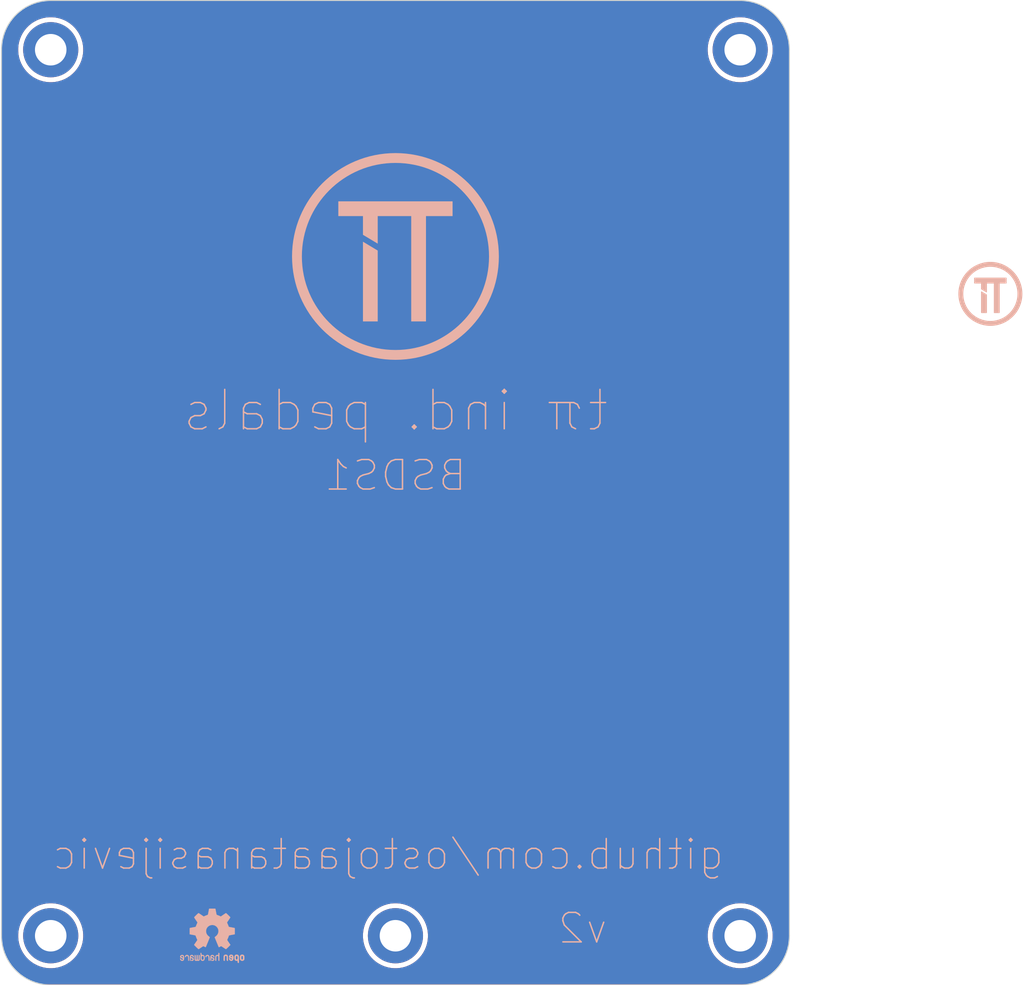
<source format=kicad_pcb>
(kicad_pcb (version 20241229) (generator "pcbnew") (generator_version "9.0")
  (layers (0 "F.Cu" signal) (2 "B.Cu" signal) (13 "F.Paste" user) (15 "B.Paste" user) (5 "F.SilkS" user "F.Silkscreen") (7 "B.SilkS" user "B.Silkscreen") (1 "F.Mask" user) (3 "B.Mask" user) (25 "Edge.Cuts" user))
  (net 0 "")
  (footprint "MountingHole:MountingHole_3.2mm_M3_DIN965_Pad_TopBottom" (layer "F.Cu") (at 55 145)
    (property "Reference" "H3" (hide yes))
    (property "Value" "MountingHole")
    (pad "1" thru_hole circle (at 0 0) (size 3.6 3.6) (drill 3.2) (layers "*.Cu" "*.Mask"))
    (pad "1" connect circle (at 0 0) (size 5.6 5.6) (layers "F.Cu" "F.Mask"))
    (pad "1" connect circle (at 0 0) (size 5.6 5.6) (layers "B.Cu" "B.Mask"))
  )
  (footprint "MountingHole:MountingHole_3.2mm_M3_DIN965_Pad_TopBottom" (layer "F.Cu") (at 125 145)
    (property "Reference" "H4" (hide yes))
    (property "Value" "MountingHole")
    (pad "1" thru_hole circle (at 0 0) (size 3.6 3.6) (drill 3.2) (layers "*.Cu" "*.Mask"))
    (pad "1" connect circle (at 0 0) (size 5.6 5.6) (layers "F.Cu" "F.Mask"))
    (pad "1" connect circle (at 0 0) (size 5.6 5.6) (layers "B.Cu" "B.Mask"))
  )
  (footprint "MountingHole:MountingHole_3.2mm_M3_DIN965_Pad_TopBottom" (layer "F.Cu") (at 55 55)
    (property "Reference" "H1" (hide yes))
    (property "Value" "MountingHole")
    (pad "1" thru_hole circle (at 0 0) (size 3.6 3.6) (drill 3.2) (layers "*.Cu" "*.Mask"))
    (pad "1" connect circle (at 0 0) (size 5.6 5.6) (layers "F.Cu" "F.Mask"))
    (pad "1" connect circle (at 0 0) (size 5.6 5.6) (layers "B.Cu" "B.Mask"))
  )
  (footprint "MountingHole:MountingHole_3.2mm_M3_DIN965_Pad_TopBottom" (layer "F.Cu") (at 125 55)
    (property "Reference" "H2" (hide yes))
    (property "Value" "MountingHole")
    (pad "1" thru_hole circle (at 0 0) (size 3.6 3.6) (drill 3.2) (layers "*.Cu" "*.Mask"))
    (pad "1" connect circle (at 0 0) (size 5.6 5.6) (layers "F.Cu" "F.Mask"))
    (pad "1" connect circle (at 0 0) (size 5.6 5.6) (layers "B.Cu" "B.Mask"))
  )
  (footprint "MountingHole:MountingHole_3.2mm_M3_DIN965_Pad_TopBottom" (layer "F.Cu") (at 90 145)
    (property "Reference" "H11" (hide yes))
    (property "Value" "MountingHole")
    (pad "1" thru_hole circle (at 0 0) (size 3.6 3.6) (drill 3.2) (layers "*.Cu" "*.Mask"))
    (pad "1" connect circle (at 0 0) (size 5.6 5.6) (layers "F.Cu" "F.Mask"))
    (pad "1" connect circle (at 0 0) (size 5.6 5.6) (layers "B.Cu" "B.Mask"))
  )
  (footprint "Symbol:OSHW-Logo2_7.3x6mm_SilkScreen" (layer "B.Cu") (at 71.4 145 180)
    (property "Reference" "SIM1" (hide yes))
    (property "Value" "Logo_Open_Hardware_Small" (hide yes))
    (fp_poly (pts (xy 2.6526 -1.958752) (xy 2.669948 -1.966334) (xy 2.711356 -1.999128) (xy 2.746765 -2.046547) (xy 2.768664 -2.097151) (xy 2.772229 -2.122098) (xy 2.760279 -2.156927) (xy 2.734067 -2.175357) (xy 2.705964 -2.186516) (xy 2.693095 -2.188572) (xy 2.686829 -2.173649) (xy 2.674456 -2.141175) (xy 2.669028 -2.126502) (xy 2.63859 -2.075744) (xy 2.59452 -2.050427) (xy 2.53801 -2.051206) (xy 2.533825 -2.052203) (xy 2.503655 -2.066507) (xy 2.481476 -2.094393) (xy 2.466327 -2.139287) (xy 2.45725 -2.204615) (xy 2.453286 -2.293804) (xy 2.452914 -2.341261) (xy 2.45273 -2.416071) (xy 2.451522 -2.467069) (xy 2.448309 -2.499471) (xy 2.442109 -2.518495) (xy 2.43194 -2.529356) (xy 2.416819 -2.537272) (xy 2.415946 -2.53767) (xy 2.386828 -2.549981) (xy 2.372403 -2.554514) (xy 2.370186 -2.540809) (xy 2.368289 -2.502925) (xy 2.366847 -2.445715) (xy 2.365998 -2.374027) (xy 2.365829 -2.321565) (xy 2.366692 -2.220047) (xy 2.37007 -2.143032) (xy 2.377142 -2.086023) (xy 2.389088 -2.044526) (xy 2.40709 -2.014043) (xy 2.432327 -1.99008) (xy 2.457247 -1.973355) (xy 2.517171 -1.951097) (xy 2.586911 -1.946076) (xy 2.6526 -1.958752)) (stroke (width 0.01)) (fill yes) (layer "B.SilkS"))
    (fp_poly (pts (xy -1.283907 -1.92778) (xy -1.237328 -1.954723) (xy -1.204943 -1.981466) (xy -1.181258 -2.009484) (xy -1.164941 -2.043748) (xy -1.154661 -2.089227) (xy -1.149086 -2.150892) (xy -1.146884 -2.233711) (xy -1.146629 -2.293246) (xy -1.146629 -2.512391) (xy -1.208314 -2.540044) (xy -1.27 -2.567697) (xy -1.277257 -2.32767) (xy -1.280256 -2.238028) (xy -1.283402 -2.172962) (xy -1.287299 -2.128026) (xy -1.292553 -2.09877) (xy -1.299769 -2.080748) (xy -1.30955 -2.069511) (xy -1.312688 -2.067079) (xy -1.360239 -2.048083) (xy -1.408303 -2.0556) (xy -1.436914 -2.075543) (xy -1.448553 -2.089675) (xy -1.456609 -2.10822) (xy -1.461729 -2.136334) (xy -1.464559 -2.179173) (xy -1.465744 -2.241895) (xy -1.465943 -2.307261) (xy -1.465982 -2.389268) (xy -1.467386 -2.447316) (xy -1.472086 -2.486465) (xy -1.482013 -2.51178) (xy -1.499097 -2.528323) (xy -1.525268 -2.541156) (xy -1.560225 -2.554491) (xy -1.598404 -2.569007) (xy -1.593859 -2.311389) (xy -1.592029 -2.218519) (xy -1.589888 -2.149889) (xy -1.586819 -2.100711) (xy -1.582206 -2.066198) (xy -1.575432 -2.041562) (xy -1.565881 -2.022016) (xy -1.554366 -2.00477) (xy -1.49881 -1.94968) (xy -1.43102 -1.917822) (xy -1.357287 -1.910191) (xy -1.283907 -1.92778)) (stroke (width 0.01)) (fill yes) (layer "B.SilkS"))
    (fp_poly (pts (xy 0.529926 -1.949755) (xy 0.595858 -1.974084) (xy 0.649273 -2.017117) (xy 0.670164 -2.047409) (xy 0.692939 -2.102994) (xy 0.692466 -2.143186) (xy 0.668562 -2.170217) (xy 0.659717 -2.174813) (xy 0.62153 -2.189144) (xy 0.602028 -2.185472) (xy 0.595422 -2.161407) (xy 0.595086 -2.148114) (xy 0.582992 -2.09921) (xy 0.551471 -2.064999) (xy 0.507659 -2.048476) (xy 0.458695 -2.052634) (xy 0.418894 -2.074227) (xy 0.40545 -2.086544) (xy 0.395921 -2.101487) (xy 0.389485 -2.124075) (xy 0.385317 -2.159328) (xy 0.382597 -2.212266) (xy 0.380502 -2.287907) (xy 0.37996 -2.311857) (xy 0.377981 -2.39379) (xy 0.375731 -2.451455) (xy 0.372357 -2.489608) (xy 0.367006 -2.513004) (xy 0.358824 -2.526398) (xy 0.346959 -2.534545) (xy 0.339362 -2.538144) (xy 0.307102 -2.550452) (xy 0.288111 -2.554514) (xy 0.281836 -2.540948) (xy 0.278006 -2.499934) (xy 0.2766 -2.430999) (xy 0.277598 -2.333669) (xy 0.277908 -2.318657) (xy 0.280101 -2.229859) (xy 0.282693 -2.165019) (xy 0.286382 -2.119067) (xy 0.291864 -2.086935) (xy 0.299835 -2.063553) (xy 0.310993 -2.043852) (xy 0.31683 -2.03541) (xy 0.350296 -1.998057) (xy 0.387727 -1.969003) (xy 0.392309 -1.966467) (xy 0.459426 -1.946443) (xy 0.529926 -1.949755)) (stroke (width 0.01)) (fill yes) (layer "B.SilkS"))
    (fp_poly (pts (xy 1.779833 -1.958663) (xy 1.782048 -1.99685) (xy 1.783784 -2.054886) (xy 1.784899 -2.12818) (xy 1.785257 -2.205055) (xy 1.785257 -2.465196) (xy 1.739326 -2.511127) (xy 1.707675 -2.539429) (xy 1.67989 -2.550893) (xy 1.641915 -2.550168) (xy 1.62684 -2.548321) (xy 1.579726 -2.542948) (xy 1.540756 -2.539869) (xy 1.531257 -2.539585) (xy 1.499233 -2.541445) (xy 1.453432 -2.546114) (xy 1.435674 -2.548321) (xy 1.392057 -2.551735) (xy 1.362745 -2.54432) (xy 1.33368 -2.521427) (xy 1.323188 -2.511127) (xy 1.277257 -2.465196) (xy 1.277257 -1.978602) (xy 1.314226 -1.961758) (xy 1.346059 -1.949282) (xy 1.364683 -1.944914) (xy 1.369458 -1.958718) (xy 1.373921 -1.997286) (xy 1.377775 -2.056356) (xy 1.380722 -2.131663) (xy 1.382143 -2.195286) (xy 1.386114 -2.445657) (xy 1.420759 -2.450556) (xy 1.452268 -2.447131) (xy 1.467708 -2.436041) (xy 1.472023 -2.415308) (xy 1.475708 -2.371145) (xy 1.478469 -2.309146) (xy 1.480012 -2.234909) (xy 1.480235 -2.196706) (xy 1.480457 -1.976783) (xy 1.526166 -1.960849) (xy 1.558518 -1.950015) (xy 1.576115 -1.944962) (xy 1.576623 -1.944914) (xy 1.578388 -1.958648) (xy 1.580329 -1.99673) (xy 1.582282 -2.054482) (xy 1.584084 -2.127227) (xy 1.585343 -2.195286) (xy 1.589314 -2.445657) (xy 1.6764 -2.445657) (xy 1.680396 -2.21724) (xy 1.684392 -1.988822) (xy 1.726847 -1.966868) (xy 1.758192 -1.951793) (xy 1.776744 -1.944951) (xy 1.777279 -1.944914) (xy 1.779833 -1.958663)) (stroke (width 0.01)) (fill yes) (layer "B.SilkS"))
    (fp_poly (pts (xy -0.624114 -1.851289) (xy -0.619861 -1.910613) (xy -0.614975 -1.945572) (xy -0.608205 -1.96082) (xy -0.598298 -1.961015) (xy -0.595086 -1.959195) (xy -0.552356 -1.946015) (xy -0.496773 -1.946785) (xy -0.440263 -1.960333) (xy -0.404918 -1.977861) (xy -0.368679 -2.005861) (xy -0.342187 -2.037549) (xy -0.324001 -2.077813) (xy -0.312678 -2.131543) (xy -0.306778 -2.203626) (xy -0.304857 -2.298951) (xy -0.304823 -2.317237) (xy -0.3048 -2.522646) (xy -0.350509 -2.53858) (xy -0.382973 -2.54942) (xy -0.400785 -2.554468) (xy -0.401309 -2.554514) (xy -0.403063 -2.540828) (xy -0.404556 -2.503076) (xy -0.405674 -2.446224) (xy -0.406303 -2.375234) (xy -0.4064 -2.332073) (xy -0.406602 -2.246973) (xy -0.407642 -2.185981) (xy -0.410169 -2.144177) (xy -0.414836 -2.116642) (xy -0.422293 -2.098456) (xy -0.433189 -2.084698) (xy -0.439993 -2.078073) (xy -0.486728 -2.051375) (xy -0.537728 -2.049375) (xy -0.583999 -2.071955) (xy -0.592556 -2.080107) (xy -0.605107 -2.095436) (xy -0.613812 -2.113618) (xy -0.619369 -2.139909) (xy -0.622474 -2.179562) (xy -0.623824 -2.237832) (xy -0.624114 -2.318173) (xy -0.624114 -2.522646) (xy -0.669823 -2.53858) (xy -0.702287 -2.54942) (xy -0.720099 -2.554468) (xy -0.720623 -2.554514) (xy -0.721963 -2.540623) (xy -0.723172 -2.501439) (xy -0.724199 -2.4407) (xy -0.724998 -2.362141) (xy -0.725519 -2.269498) (xy -0.725714 -2.166509) (xy -0.725714 -1.769342) (xy -0.678543 -1.749444) (xy -0.631371 -1.729547) (xy -0.624114 -1.851289)) (stroke (width 0.01)) (fill yes) (layer "B.SilkS"))
    (fp_poly (pts (xy -2.958885 -1.921962) (xy -2.890855 -1.957733) (xy -2.840649 -2.015301) (xy -2.822815 -2.052312) (xy -2.808937 -2.107882) (xy -2.801833 -2.178096) (xy -2.80116 -2.254727) (xy -2.806573 -2.329552) (xy -2.81773 -2.394342) (xy -2.834286 -2.440873) (xy -2.839374 -2.448887) (xy -2.899645 -2.508707) (xy -2.971231 -2.544535) (xy -3.048908 -2.55502) (xy -3.127452 -2.53881) (xy -3.149311 -2.529092) (xy -3.191878 -2.499143) (xy -3.229237 -2.459433) (xy -3.232768 -2.454397) (xy -3.247119 -2.430124) (xy -3.256606 -2.404178) (xy -3.26221 -2.370022) (xy -3.264914 -2.321119) (xy -3.265701 -2.250935) (xy -3.265714 -2.2352) (xy -3.265678 -2.230192) (xy -3.120571 -2.230192) (xy -3.119727 -2.29643) (xy -3.116404 -2.340386) (xy -3.109417 -2.368779) (xy -3.097584 -2.388325) (xy -3.091543 -2.394857) (xy -3.056814 -2.41968) (xy -3.023097 -2.418548) (xy -2.989005 -2.397016) (xy -2.968671 -2.374029) (xy -2.956629 -2.340478) (xy -2.949866 -2.287569) (xy -2.949402 -2.281399) (xy -2.948248 -2.185513) (xy -2.960312 -2.114299) (xy -2.98543 -2.068194) (xy -3.02344 -2.047635) (xy -3.037008 -2.046514) (xy -3.072636 -2.052152) (xy -3.097006 -2.071686) (xy -3.111907 -2.109042) (xy -3.119125 -2.16815) (xy -3.120571 -2.230192) (xy -3.265678 -2.230192) (xy -3.265174 -2.160413) (xy -3.262904 -2.108159) (xy -3.257932 -2.071949) (xy -3.249287 -2.045299) (xy -3.235995 -2.021722) (xy -3.233057 -2.017338) (xy -3.183687 -1.958249) (xy -3.129891 -1.923947) (xy -3.064398 -1.910331) (xy -3.042158 -1.909665) (xy -2.958885 -1.921962)) (stroke (width 0.01)) (fill yes) (layer "B.SilkS"))
    (fp_poly (pts (xy 3.153595 -1.966966) (xy 3.211021 -2.004497) (xy 3.238719 -2.038096) (xy 3.260662 -2.099064) (xy 3.262405 -2.147308) (xy 3.258457 -2.211816) (xy 3.109686 -2.276934) (xy 3.037349 -2.310202) (xy 2.990084 -2.336964) (xy 2.965507 -2.360144) (xy 2.961237 -2.382667) (xy 2.974889 -2.407455) (xy 2.989943 -2.423886) (xy 3.033746 -2.450235) (xy 3.081389 -2.452081) (xy 3.125145 -2.431546) (xy 3.157289 -2.390752) (xy 3.163038 -2.376347) (xy 3.190576 -2.331356) (xy 3.222258 -2.312182) (xy 3.265714 -2.295779) (xy 3.265714 -2.357966) (xy 3.261872 -2.400283) (xy 3.246823 -2.435969) (xy 3.21528 -2.476943) (xy 3.210592 -2.482267) (xy 3.175506 -2.51872) (xy 3.145347 -2.538283) (xy 3.107615 -2.547283) (xy 3.076335 -2.55023) (xy 3.020385 -2.550965) (xy 2.980555 -2.54166) (xy 2.955708 -2.527846) (xy 2.916656 -2.497467) (xy 2.889625 -2.464613) (xy 2.872517 -2.423294) (xy 2.863238 -2.367521) (xy 2.859693 -2.291305) (xy 2.85941 -2.252622) (xy 2.860372 -2.206247) (xy 2.948007 -2.206247) (xy 2.949023 -2.231126) (xy 2.951556 -2.2352) (xy 2.968274 -2.229665) (xy 3.004249 -2.215017) (xy 3.052331 -2.19419) (xy 3.062386 -2.189714) (xy 3.123152 -2.158814) (xy 3.156632 -2.131657) (xy 3.16399 -2.10622) (xy 3.146391 -2.080481) (xy 3.131856 -2.069109) (xy 3.07941 -2.046364) (xy 3.030322 -2.050122) (xy 2.989227 -2.077884) (xy 2.960758 -2.127152) (xy 2.951631 -2.166257) (xy 2.948007 -2.206247) (xy 2.860372 -2.206247) (xy 2.861285 -2.162249) (xy 2.868196 -2.095384) (xy 2.881884 -2.046695) (xy 2.904096 -2.010849) (xy 2.936574 -1.982513) (xy 2.950733 -1.973355) (xy 3.015053 -1.949507) (xy 3.085473 -1.948006) (xy 3.153595 -1.966966)) (stroke (width 0.01)) (fill yes) (layer "B.SilkS"))
    (fp_poly (pts (xy 1.190117 -2.065358) (xy 1.189933 -2.173837) (xy 1.189219 -2.257287) (xy 1.187675 -2.319704) (xy 1.185001 -2.365085) (xy 1.180894 -2.397429) (xy 1.175055 -2.420733) (xy 1.167182 -2.438995) (xy 1.161221 -2.449418) (xy 1.111855 -2.505945) (xy 1.049264 -2.541377) (xy 0.980013 -2.55409) (xy 0.910668 -2.542463) (xy 0.869375 -2.521568) (xy 0.826025 -2.485422) (xy 0.796481 -2.441276) (xy 0.778655 -2.383462) (xy 0.770463 -2.306313) (xy 0.769302 -2.249714) (xy 0.769458 -2.245647) (xy 0.870857 -2.245647) (xy 0.871476 -2.31055) (xy 0.874314 -2.353514) (xy 0.88084 -2.381622) (xy 0.892523 -2.401953) (xy 0.906483 -2.417288) (xy 0.953365 -2.44689) (xy 1.003701 -2.449419) (xy 1.051276 -2.424705) (xy 1.054979 -2.421356) (xy 1.070783 -2.403935) (xy 1.080693 -2.383209) (xy 1.086058 -2.352362) (xy 1.088228 -2.304577) (xy 1.088571 -2.251748) (xy 1.087827 -2.185381) (xy 1.084748 -2.141106) (xy 1.078061 -2.112009) (xy 1.066496 -2.091173) (xy 1.057013 -2.080107) (xy 1.01296 -2.052198) (xy 0.962224 -2.048843) (xy 0.913796 -2.070159) (xy 0.90445 -2.078073) (xy 0.88854 -2.095647) (xy 0.87861 -2.116587) (xy 0.873278 -2.147782) (xy 0.871163 -2.196122) (xy 0.870857 -2.245647) (xy 0.769458 -2.245647) (xy 0.77281 -2.158568) (xy 0.784726 -2.090086) (xy 0.807135 -2.0386) (xy 0.842124 -1.998443) (xy 0.869375 -1.977861) (xy 0.918907 -1.955625) (xy 0.976316 -1.945304) (xy 1.029682 -1.948067) (xy 1.059543 -1.959212) (xy 1.071261 -1.962383) (xy 1.079037 -1.950557) (xy 1.084465 -1.918866) (xy 1.088571 -1.870593) (xy 1.093067 -1.816829) (xy 1.099313 -1.784482) (xy 1.110676 -1.765985) (xy 1.130528 -1.75377) (xy 1.143 -1.748362) (xy 1.190171 -1.728601) (xy 1.190117 -2.065358)) (stroke (width 0.01)) (fill yes) (layer "B.SilkS"))
    (fp_poly (pts (xy -1.831697 -1.931239) (xy -1.774473 -1.969735) (xy -1.730251 -2.025335) (xy -1.703833 -2.096086) (xy -1.69849 -2.148162) (xy -1.699097 -2.169893) (xy -1.704178 -2.186531) (xy -1.718145 -2.201437) (xy -1.745411 -2.217973) (xy -1.790388 -2.239498) (xy -1.857489 -2.269374) (xy -1.857829 -2.269524) (xy -1.919593 -2.297813) (xy -1.970241 -2.322933) (xy -2.004596 -2.342179) (xy -2.017482 -2.352848) (xy -2.017486 -2.352934) (xy -2.006128 -2.376166) (xy -1.979569 -2.401774) (xy -1.949077 -2.420221) (xy -1.93363 -2.423886) (xy -1.891485 -2.411212) (xy -1.855192 -2.379471) (xy -1.837483 -2.344572) (xy -1.820448 -2.318845) (xy -1.787078 -2.289546) (xy -1.747851 -2.264235) (xy -1.713244 -2.250471) (xy -1.706007 -2.249714) (xy -1.697861 -2.26216) (xy -1.69737 -2.293972) (xy -1.703357 -2.336866) (xy -1.714643 -2.382558) (xy -1.73005 -2.422761) (xy -1.730829 -2.424322) (xy -1.777196 -2.489062) (xy -1.837289 -2.533097) (xy -1.905535 -2.554711) (xy -1.976362 -2.552185) (xy -2.044196 -2.523804) (xy -2.047212 -2.521808) (xy -2.100573 -2.473448) (xy -2.13566 -2.410352) (xy -2.155078 -2.327387) (xy -2.157684 -2.304078) (xy -2.162299 -2.194055) (xy -2.156767 -2.142748) (xy -2.017486 -2.142748) (xy -2.015676 -2.174753) (xy -2.005778 -2.184093) (xy -1.981102 -2.177105) (xy -1.942205 -2.160587) (xy -1.898725 -2.139881) (xy -1.897644 -2.139333) (xy -1.860791 -2.119949) (xy -1.846 -2.107013) (xy -1.849647 -2.093451) (xy -1.865005 -2.075632) (xy -1.904077 -2.049845) (xy -1.946154 -2.04795) (xy -1.983897 -2.066717) (xy -2.009966 -2.102915) (xy -2.017486 -2.142748) (xy -2.156767 -2.142748) (xy -2.152806 -2.106027) (xy -2.12845 -2.036212) (xy -2.094544 -1.987302) (xy -2.033347 -1.937878) (xy -1.965937 -1.913359) (xy -1.89712 -1.911797) (xy -1.831697 -1.931239)) (stroke (width 0.01)) (fill yes) (layer "B.SilkS"))
    (fp_poly (pts (xy 0.039744 -1.950968) (xy 0.096616 -1.972087) (xy 0.097267 -1.972493) (xy 0.13244 -1.99838) (xy 0.158407 -2.028633) (xy 0.17667 -2.068058) (xy 0.188732 -2.121462) (xy 0.196096 -2.193651) (xy 0.200264 -2.289432) (xy 0.200629 -2.303078) (xy 0.205876 -2.508842) (xy 0.161716 -2.531678) (xy 0.129763 -2.54711) (xy 0.11047 -2.554423) (xy 0.109578 -2.554514) (xy 0.106239 -2.541022) (xy 0.103587 -2.504626) (xy 0.101956 -2.451452) (xy 0.1016 -2.408393) (xy 0.101592 -2.338641) (xy 0.098403 -2.294837) (xy 0.087288 -2.273944) (xy 0.063501 -2.272925) (xy 0.022296 -2.288741) (xy -0.039914 -2.317815) (xy -0.085659 -2.341963) (xy -0.109187 -2.362913) (xy -0.116104 -2.385747) (xy -0.116114 -2.386877) (xy -0.104701 -2.426212) (xy -0.070908 -2.447462) (xy -0.019191 -2.450539) (xy 0.018061 -2.450006) (xy 0.037703 -2.460735) (xy 0.049952 -2.486505) (xy 0.057002 -2.519337) (xy 0.046842 -2.537966) (xy 0.043017 -2.540632) (xy 0.007001 -2.55134) (xy -0.043434 -2.552856) (xy -0.095374 -2.545759) (xy -0.132178 -2.532788) (xy -0.183062 -2.489585) (xy -0.211986 -2.429446) (xy -0.217714 -2.382462) (xy -0.213343 -2.340082) (xy -0.197525 -2.305488) (xy -0.166203 -2.274763) (xy -0.115322 -2.24399) (xy -0.040824 -2.209252) (xy -0.036286 -2.207288) (xy 0.030821 -2.176287) (xy 0.072232 -2.150862) (xy 0.089981 -2.128014) (xy 0.086107 -2.104745) (xy 0.062643 -2.078056) (xy 0.055627 -2.071914) (xy 0.00863 -2.0481) (xy -0.040067 -2.049103) (xy -0.082478 -2.072451) (xy -0.110616 -2.115675) (xy -0.113231 -2.12416) (xy -0.138692 -2.165308) (xy -0.170999 -2.185128) (xy -0.217714 -2.20477) (xy -0.217714 -2.15395) (xy -0.203504 -2.080082) (xy -0.161325 -2.012327) (xy -0.139376 -1.989661) (xy -0.089483 -1.960569) (xy -0.026033 -1.9474) (xy 0.039744 -1.950968)) (stroke (width 0.01)) (fill yes) (layer "B.SilkS"))
    (fp_poly (pts (xy 2.144876 -1.956335) (xy 2.186667 -1.975344) (xy 2.219469 -1.998378) (xy 2.243503 -2.024133) (xy 2.260097 -2.057358) (xy 2.270577 -2.1028) (xy 2.276271 -2.165207) (xy 2.278507 -2.249327) (xy 2.278743 -2.304721) (xy 2.278743 -2.520826) (xy 2.241774 -2.53767) (xy 2.212656 -2.549981) (xy 2.198231 -2.554514) (xy 2.195472 -2.541025) (xy 2.193282 -2.504653) (xy 2.191942 -2.451542) (xy 2.191657 -2.409372) (xy 2.190434 -2.348447) (xy 2.187136 -2.300115) (xy 2.182321 -2.270518) (xy 2.178496 -2.264229) (xy 2.152783 -2.270652) (xy 2.112418 -2.287125) (xy 2.065679 -2.309458) (xy 2.020845 -2.333457) (xy 1.986193 -2.35493) (xy 1.970002 -2.369685) (xy 1.969938 -2.369845) (xy 1.97133 -2.397152) (xy 1.983818 -2.423219) (xy 2.005743 -2.444392) (xy 2.037743 -2.451474) (xy 2.065092 -2.450649) (xy 2.103826 -2.450042) (xy 2.124158 -2.459116) (xy 2.136369 -2.483092) (xy 2.137909 -2.487613) (xy 2.143203 -2.521806) (xy 2.129047 -2.542568) (xy 2.092148 -2.552462) (xy 2.052289 -2.554292) (xy 1.980562 -2.540727) (xy 1.943432 -2.521355) (xy 1.897576 -2.475845) (xy 1.873256 -2.419983) (xy 1.871073 -2.360957) (xy 1.891629 -2.305953) (xy 1.922549 -2.271486) (xy 1.95342 -2.252189) (xy 2.001942 -2.227759) (xy 2.058485 -2.202985) (xy 2.06791 -2.199199) (xy 2.130019 -2.171791) (xy 2.165822 -2.147634) (xy 2.177337 -2.123619) (xy 2.16658 -2.096635) (xy 2.148114 -2.075543) (xy 2.104469 -2.049572) (xy 2.056446 -2.047624) (xy 2.012406 -2.067637) (xy 1.980709 -2.107551) (xy 1.976549 -2.117848) (xy 1.952327 -2.155724) (xy 1.916965 -2.183842) (xy 1.872343 -2.206917) (xy 1.872343 -2.141485) (xy 1.874969 -2.101506) (xy 1.88623 -2.069997) (xy 1.911199 -2.036378) (xy 1.935169 -2.010484) (xy 1.972441 -1.973817) (xy 2.001401 -1.954121) (xy 2.032505 -1.94622) (xy 2.067713 -1.944914) (xy 2.144876 -1.956335)) (stroke (width 0.01)) (fill yes) (layer "B.SilkS"))
    (fp_poly (pts (xy -2.400256 -1.919918) (xy -2.344799 -1.947568) (xy -2.295852 -1.99848) (xy -2.282371 -2.017338) (xy -2.267686 -2.042015) (xy -2.258158 -2.068816) (xy -2.252707 -2.104587) (xy -2.250253 -2.156169) (xy -2.249714 -2.224267) (xy -2.252148 -2.317588) (xy -2.260606 -2.387657) (xy -2.276826 -2.439931) (xy -2.302546 -2.479869) (xy -2.339503 -2.512929) (xy -2.342218 -2.514886) (xy -2.37864 -2.534908) (xy -2.422498 -2.544815) (xy -2.478276 -2.547257) (xy -2.568952 -2.547257) (xy -2.56899 -2.635283) (xy -2.569834 -2.684308) (xy -2.574976 -2.713065) (xy -2.588413 -2.730311) (xy -2.614142 -2.744808) (xy -2.620321 -2.747769) (xy -2.649236 -2.761648) (xy -2.671624 -2.770414) (xy -2.688271 -2.771171) (xy -2.699964 -2.761023) (xy -2.70749 -2.737073) (xy -2.711634 -2.696426) (xy -2.713185 -2.636186) (xy -2.712929 -2.553455) (xy -2.711651 -2.445339) (xy -2.711252 -2.413) (xy -2.709815 -2.301524) (xy -2.708528 -2.228603) (xy -2.569029 -2.228603) (xy -2.568245 -2.290499) (xy -2.56476 -2.330997) (xy -2.556876 -2.357708) (xy -2.542895 -2.378244) (xy -2.533403 -2.38826) (xy -2.494596 -2.417567) (xy -2.460237 -2.419952) (xy -2.424784 -2.39575) (xy -2.423886 -2.394857) (xy -2.409461 -2.376153) (xy -2.400687 -2.350732) (xy -2.396261 -2.311584) (xy -2.394882 -2.251697) (xy -2.394857 -2.23843) (xy -2.398188 -2.155901) (xy -2.409031 -2.098691) (xy -2.42866 -2.063766) (xy -2.45835 -2.048094) (xy -2.475509 -2.046514) (xy -2.516234 -2.053926) (xy -2.544168 -2.07833) (xy -2.560983 -2.12298) (xy -2.56835 -2.19113) (xy -2.569029 -2.228603) (xy -2.708528 -2.228603) (xy -2.708292 -2.215245) (xy -2.706323 -2.150333) (xy -2.70355 -2.102958) (xy -2.699612 -2.06929) (xy -2.694151 -2.045498) (xy -2.686808 -2.027753) (xy -2.677223 -2.012224) (xy -2.673113 -2.006381) (xy -2.618595 -1.951185) (xy -2.549664 -1.91989) (xy -2.469928 -1.911165) (xy -2.400256 -1.919918)) (stroke (width 0.01)) (fill yes) (layer "B.SilkS"))
    (fp_poly (pts (xy 0.10391 2.757652) (xy 0.182454 2.757222) (xy 0.239298 2.756058) (xy 0.278105 2.753793) (xy 0.302538 2.75006) (xy 0.316262 2.744494) (xy 0.32294 2.736727) (xy 0.326236 2.726395) (xy 0.326556 2.725057) (xy 0.331562 2.700921) (xy 0.340829 2.653299) (xy 0.353392 2.587259) (xy 0.368287 2.507872) (xy 0.384551 2.420204) (xy 0.385119 2.417125) (xy 0.40141 2.331211) (xy 0.416652 2.255304) (xy 0.429861 2.193955) (xy 0.440054 2.151718) (xy 0.446248 2.133145) (xy 0.446543 2.132816) (xy 0.464788 2.123747) (xy 0.502405 2.108633) (xy 0.551271 2.090738) (xy 0.551543 2.090642) (xy 0.613093 2.067507) (xy 0.685657 2.038035) (xy 0.754057 2.008403) (xy 0.757294 2.006938) (xy 0.868702 1.956374) (xy 1.115399 2.12484) (xy 1.191077 2.176197) (xy 1.259631 2.222111) (xy 1.317088 2.25997) (xy 1.359476 2.287163) (xy 1.382825 2.301079) (xy 1.385042 2.302111) (xy 1.40201 2.297516) (xy 1.433701 2.275345) (xy 1.481352 2.234553) (xy 1.546198 2.174095) (xy 1.612397 2.109773) (xy 1.676214 2.046388) (xy 1.733329 1.988549) (xy 1.780305 1.939825) (xy 1.813703 1.90379) (xy 1.830085 1.884016) (xy 1.830694 1.882998) (xy 1.832505 1.869428) (xy 1.825683 1.847267) (xy 1.80854 1.813522) (xy 1.779393 1.7652) (xy 1.736555 1.699308) (xy 1.679448 1.614483) (xy 1.628766 1.539823) (xy 1.583461 1.47286) (xy 1.54615 1.417484) (xy 1.519452 1.37758) (xy 1.505985 1.357038) (xy 1.505137 1.355644) (xy 1.506781 1.335962) (xy 1.519245 1.297707) (xy 1.540048 1.248111) (xy 1.547462 1.232272) (xy 1.579814 1.16171) (xy 1.614328 1.081647) (xy 1.642365 1.012371) (xy 1.662568 0.960955) (xy 1.678615 0.921881) (xy 1.687888 0.901459) (xy 1.689041 0.899886) (xy 1.706096 0.897279) (xy 1.746298 0.890137) (xy 1.804302 0.879477) (xy 1.874763 0.866315) (xy 1.952335 0.851667) (xy 2.031672 0.836551) (xy 2.107431 0.821982) (xy 2.174264 0.808978) (xy 2.226828 0.798555) (xy 2.259776 0.79173) (xy 2.267857 0.789801) (xy 2.276205 0.785038) (xy 2.282506 0.774282) (xy 2.287045 0.753902) (xy 2.290104 0.720266) (xy 2.291967 0.669745) (xy 2.292918 0.598708) (xy 2.29324 0.503524) (xy 2.293257 0.464508) (xy 2.293257 0.147201) (xy 2.217057 0.132161) (xy 2.174663 0.124005) (xy 2.1114 0.112101) (xy 2.034962 0.097884) (xy 1.953043 0.08279) (xy 1.9304 0.078645) (xy 1.854806 0.063947) (xy 1.788953 0.049495) (xy 1.738366 0.036625) (xy 1.708574 0.026678) (xy 1.703612 0.023713) (xy 1.691426 0.002717) (xy 1.673953 -0.037967) (xy 1.654577 -0.090322) (xy 1.650734 -0.1016) (xy 1.625339 -0.171523) (xy 1.593817 -0.250418) (xy 1.562969 -0.321266) (xy 1.562817 -0.321595) (xy 1.511447 -0.432733) (xy 1.680399 -0.681253) (xy 1.849352 -0.929772) (xy 1.632429 -1.147058) (xy 1.566819 -1.211726) (xy 1.506979 -1.268733) (xy 1.456267 -1.315033) (xy 1.418046 -1.347584) (xy 1.395675 -1.363343) (xy 1.392466 -1.364343) (xy 1.373626 -1.356469) (xy 1.33518 -1.334578) (xy 1.28133 -1.301267) (xy 1.216276 -1.259131) (xy 1.14594 -1.211943) (xy 1.074555 -1.16381) (xy 1.010908 -1.121928) (xy 0.959041 -1.088871) (xy 0.922995 -1.067218) (xy 0.906867 -1.059543) (xy 0.887189 -1.066037) (xy 0.849875 -1.08315) (xy 0.802621 -1.107326) (xy 0.797612 -1.110013) (xy 0.733977 -1.141927) (xy 0.690341 -1.157579) (xy 0.663202 -1.157745) (xy 0.649057 -1.143204) (xy 0.648975 -1.143) (xy 0.641905 -1.125779) (xy 0.625042 -1.084899) (xy 0.599695 -1.023525) (xy 0.567171 -0.944819) (xy 0.528778 -0.851947) (xy 0.485822 -0.748072) (xy 0.444222 -0.647502) (xy 0.398504 -0.536516) (xy 0.356526 -0.433703) (xy 0.319548 -0.342215) (xy 0.288827 -0.265201) (xy 0.265622 -0.205815) (xy 0.25119 -0.167209) (xy 0.246743 -0.1528) (xy 0.257896 -0.136272) (xy 0.287069 -0.10993) (xy 0.325971 -0.080887) (xy 0.436757 0.010961) (xy 0.523351 0.116241) (xy 0.584716 0.232734) (xy 0.619815 0.358224) (xy 0.627608 0.490493) (xy 0.621943 0.551543) (xy 0.591078 0.678205) (xy 0.53792 0.790059) (xy 0.465767 0.885999) (xy 0.377917 0.964924) (xy 0.277665 1.02573) (xy 0.16831 1.067313) (xy 0.053147 1.088572) (xy -0.064525 1.088401) (xy -0.18141 1.065699) (xy -0.294211 1.019362) (xy -0.399631 0.948287) (xy -0.443632 0.908089) (xy -0.528021 0.804871) (xy -0.586778 0.692075) (xy -0.620296 0.57299) (xy -0.628965 0.450905) (xy -0.613177 0.329107) (xy -0.573322 0.210884) (xy -0.509793 0.099525) (xy -0.422979 -0.001684) (xy -0.325971 -0.080887) (xy -0.285563 -0.111162) (xy -0.257018 -0.137219) (xy -0.246743 -0.152825) (xy -0.252123 -0.169843) (xy -0.267425 -0.2105) (xy -0.291388 -0.271642) (xy -0.322756 -0.350119) (xy -0.360268 -0.44278) (xy -0.402667 -0.546472) (xy -0.444337 -0.647526) (xy -0.49031 -0.758607) (xy -0.532893 -0.861541) (xy -0.570779 -0.953165) (xy -0.60266 -1.030316) (xy -0.627229 -1.089831) (xy -0.64318 -1.128544) (xy -0.64909 -1.143) (xy -0.663052 -1.157685) (xy -0.69006 -1.157642) (xy -0.733587 -1.142099) (xy -0.79711 -1.110284) (xy -0.797612 -1.110013) (xy -0.84544 -1.085323) (xy -0.884103 -1.067338) (xy -0.905905 -1.059614) (xy -0.906867 -1.059543) (xy -0.923279 -1.067378) (xy -0.959513 -1.089165) (xy -1.011526 -1.122328) (xy -1.075275 -1.164291) (xy -1.14594 -1.211943) (xy -1.217884 -1.260191) (xy -1.282726 -1.302151) (xy -1.336265 -1.335227) (xy -1.374303 -1.356821) (xy -1.392467 -1.364343) (xy -1.409192 -1.354457) (xy -1.44282 -1.326826) (xy -1.48999 -1.284495) (xy -1.547342 -1.230505) (xy -1.611516 -1.167899) (xy -1.632503 -1.146983) (xy -1.849501 -0.929623) (xy -1.684332 -0.68722) (xy -1.634136 -0.612781) (xy -1.590081 -0.545972) (xy -1.554638 -0.490665) (xy -1.530281 -0.450729) (xy -1.519478 -0.430036) (xy -1.519162 -0.428563) (xy -1.524857 -0.409058) (xy -1.540174 -0.369822) (xy -1.562463 -0.31743) (xy -1.578107 -0.282355) (xy -1.607359 -0.215201) (xy -1.634906 -0.147358) (xy -1.656263 -0.090034) (xy -1.662065 -0.072572) (xy -1.678548 -0.025938) (xy -1.69466 0.010095) (xy -1.70351 0.023713) (xy -1.72304 0.032048) (xy -1.765666 0.043863) (xy -1.825855 0.057819) (xy -1.898078 0.072578) (xy -1.9304 0.078645) (xy -2.012478 0.093727) (xy -2.091205 0.108331) (xy -2.158891 0.12102) (xy -2.20784 0.130358) (xy -2.217057 0.132161) (xy -2.293257 0.147201) (xy -2.293257 0.464508) (xy -2.293086 0.568846) (xy -2.292384 0.647787) (xy -2.290866 0.704962) (xy -2.288251 0.744001) (xy -2.284254 0.768535) (xy -2.278591 0.782195) (xy -2.27098 0.788611) (xy -2.267857 0.789801) (xy -2.249022 0.79402) (xy -2.207412 0.802438) (xy -2.14837 0.814039) (xy -2.077243 0.827805) (xy -1.999375 0.84272) (xy -1.920113 0.857768) (xy -1.844802 0.871931) (xy -1.778787 0.884194) (xy -1.727413 0.893539) (xy -1.696025 0.89895) (xy -1.689041 0.899886) (xy -1.682715 0.912404) (xy -1.66871 0.945754) (xy -1.649645 0.993623) (xy -1.642366 1.012371) (xy -1.613004 1.084805) (xy -1.578429 1.16483) (xy -1.547463 1.232272) (xy -1.524677 1.283841) (xy -1.509518 1.326215) (xy -1.504458 1.352166) (xy -1.505264 1.355644) (xy -1.515959 1.372064) (xy -1.54038 1.408583) (xy -1.575905 1.461313) (xy -1.619913 1.526365) (xy -1.669783 1.599849) (xy -1.679644 1.614355) (xy -1.737508 1.700296) (xy -1.780044 1.765739) (xy -1.808946 1.813696) (xy -1.82591 1.84718) (xy -1.832633 1.869205) (xy -1.83081 1.882783) (xy -1.830764 1.882869) (xy -1.816414 1.900703) (xy -1.784677 1.935183) (xy -1.73899 1.982732) (xy -1.682796 2.039778) (xy -1.619532 2.102745) (xy -1.612398 2.109773) (xy -1.53267 2.18698) (xy -1.471143 2.24367) (xy -1.426579 2.28089) (xy -1.397743 2.299685) (xy -1.385042 2.302111) (xy -1.366506 2.291529) (xy -1.328039 2.267084) (xy -1.273614 2.231388) (xy -1.207202 2.187053) (xy -1.132775 2.136689) (xy -1.115399 2.12484) (xy -0.868703 1.956374) (xy -0.757294 2.006938) (xy -0.689543 2.036405) (xy -0.616817 2.066041) (xy -0.554297 2.08967) (xy -0.551543 2.090642) (xy -0.50264 2.108543) (xy -0.464943 2.12368) (xy -0.446575 2.13279) (xy -0.446544 2.132816) (xy -0.440715 2.149283) (xy -0.430808 2.189781) (xy -0.417805 2.249758) (xy -0.402691 2.32466) (xy -0.386448 2.409936) (xy -0.385119 2.417125) (xy -0.368825 2.504986) (xy -0.353867 2.58474) (xy -0.341209 2.651319) (xy -0.331814 2.699653) (xy -0.326646 2.724675) (xy -0.326556 2.725057) (xy -0.323411 2.735701) (xy -0.317296 2.743738) (xy -0.304547 2.749533) (xy -0.2815 2.753453) (xy -0.244491 2.755865) (xy -0.189856 2.757135) (xy -0.113933 2.757629) (xy -0.013056 2.757714) (xy 0 2.757714) (xy 0.10391 2.757652)) (stroke (width 0.01)) (fill yes) (layer "B.SilkS"))
  )
  (footprint "pedale:TI logo large" (layer "B.Cu") (at 90 76 180)
    (property "Reference" "REF**" (hide yes))
    (property "Value" "TI logo large")
    (fp_rect (start -5.8 5.6) (end 5.8 4.1) (fill yes) (layer "B.SilkS"))
    (fp_circle (center 0 0) (end 0 10) (stroke (width 1)) (fill no) (layer "B.SilkS"))
    (fp_poly (pts (xy 1.8 1.3) (xy 3.3 2.2) (xy 3.3 5.5) (xy 1.8 5.5)) (fill yes) (layer "B.SilkS"))
    (fp_poly (pts (xy 1.8 -6.6) (xy 1.8 0.6) (xy 3.3 1.5) (xy 3.3 -6.6)) (fill yes) (layer "B.SilkS"))
    (fp_poly (pts (xy -3.1 -6.6) (xy -3.1 5) (xy -1.6 5) (xy -1.6 -6.6)) (fill yes) (layer "B.SilkS"))
  )
  (footprint "pedale:TI logo" (layer "B.Cu") (at 150.4 79.8 180)
    (property "Reference" "REF**" (hide yes))
    (property "Value" "TI logo")
    (fp_rect (start -1.6 1.6) (end 1.6 1.1) (stroke (width 0.1)) (fill yes) (layer "B.SilkS"))
    (fp_circle (center 0 0) (end 3 0) (stroke (width 0.5)) (fill no) (layer "B.SilkS"))
    (fp_poly (pts (xy 0.4 0.2) (xy 0.9 0.5) (xy 0.9 1.3) (xy 0.4 1.3)) (stroke (width 0.1)) (fill yes) (layer "B.SilkS"))
    (fp_poly (pts (xy 0.4 -1.9) (xy 0.4 -0.1) (xy 0.9 0.2) (xy 0.9 -1.9)) (stroke (width 0.1)) (fill yes) (layer "B.SilkS"))
    (fp_poly (pts (xy -0.9 -1.9) (xy -0.9 1.2) (xy -0.4 1.2) (xy -0.4 -1.9)) (stroke (width 0.1)) (fill yes) (layer "B.SilkS"))
  )
  (gr_line (start 50 55) (end 50 145) (stroke (width 0.1)) (layer "Edge.Cuts"))
  (gr_arc (start 50 55) (mid 51.464467 51.464467) (end 55 50) (stroke (width 0.1)) (layer "Edge.Cuts"))
  (gr_arc (start 125 50) (mid 128.535533 51.464467) (end 130 55) (stroke (width 0.1)) (layer "Edge.Cuts"))
  (gr_line (start 55 150) (end 125 150) (stroke (width 0.1)) (layer "Edge.Cuts"))
  (gr_line (start 130 145) (end 130 55) (stroke (width 0.1)) (layer "Edge.Cuts"))
  (gr_arc (start 55 150) (mid 51.464467 148.535533) (end 50 145) (stroke (width 0.1)) (layer "Edge.Cuts"))
  (gr_line (start 125 50) (end 55 50) (stroke (width 0.1)) (layer "Edge.Cuts"))
  (gr_arc (start 130 145) (mid 128.535533 148.535533) (end 125 150) (stroke (width 0.1)) (layer "Edge.Cuts"))
  (gr_text "github.com/ostojaatanasijevic" (at 123.5 138.5 0) (layer "B.SilkS") (effects (font (size 3 3)) (justify left bottom mirror)))
  (gr_text "v2" (at 109 146 0) (layer "B.SilkS") (effects (font (size 3 3)) (justify bottom mirror)))
  (gr_text "BSDS1" (at 90 100 0) (layer "B.SilkS") (effects (font (size 3 3)) (justify bottom mirror)))
  (gr_text "tπ ind. pedals" (at 90 94 0) (layer "B.SilkS") (effects (font (size 4 4)) (justify bottom mirror)))
  (zone (net 0) (net_name "") (layer "F.Cu") (connect_pads (clearance 0.5)) (min_thickness 0.25) (fill yes (thermal_gap 0.5) (thermal_bridge_width 0.5))
    (polygon (pts (xy 50 50) (xy 130.02 50) (xy 130.02 149.93) (xy 50 149.93)))
  )
  (zone (net 0) (net_name "") (layer "B.Cu") (connect_pads (clearance 0.5)) (min_thickness 0.25) (fill yes (thermal_gap 0.5) (thermal_bridge_width 0.5) (island_removal_mode 1) (island_area_min 10))
    (polygon (pts (xy 49.98 50) (xy 130 50) (xy 130 149.93) (xy 49.98 149.93)))
  )
)
</source>
